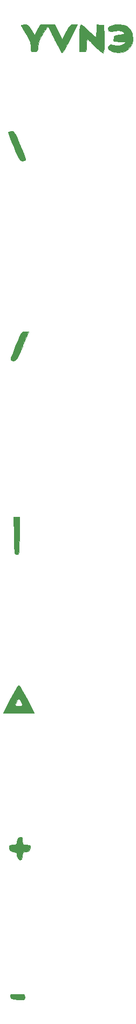
<source format=gbr>
%TF.GenerationSoftware,KiCad,Pcbnew,(5.1.12-1-10_14)*%
%TF.CreationDate,2021-12-12T17:11:31+01:00*%
%TF.ProjectId,envy,656e7679-2e6b-4696-9361-645f70636258,rev?*%
%TF.SameCoordinates,Original*%
%TF.FileFunction,Legend,Bot*%
%TF.FilePolarity,Positive*%
%FSLAX46Y46*%
G04 Gerber Fmt 4.6, Leading zero omitted, Abs format (unit mm)*
G04 Created by KiCad (PCBNEW (5.1.12-1-10_14)) date 2021-12-12 17:11:31*
%MOMM*%
%LPD*%
G01*
G04 APERTURE LIST*
%ADD10C,0.010000*%
%ADD11C,5.500000*%
%ADD12C,9.000000*%
%ADD13C,14.000000*%
%ADD14C,4.000000*%
G04 APERTURE END LIST*
D10*
%TO.C,G\u002A\u002A\u002A*%
G36*
X101735294Y-53095244D02*
G01*
X101601399Y-53201576D01*
X101668901Y-53459110D01*
X101849151Y-53952981D01*
X102108764Y-54605085D01*
X102414355Y-55337315D01*
X102732540Y-56071569D01*
X103029932Y-56729741D01*
X103273149Y-57233726D01*
X103428804Y-57505421D01*
X103450847Y-57528399D01*
X103795899Y-57646879D01*
X104155808Y-57633134D01*
X104321632Y-57531119D01*
X104285151Y-57326710D01*
X104131105Y-56860957D01*
X103882869Y-56198608D01*
X103563819Y-55404410D01*
X103488408Y-55223112D01*
X103113988Y-54339681D01*
X102838522Y-53733908D01*
X102628588Y-53353792D01*
X102450761Y-53147331D01*
X102271618Y-53062524D01*
X102089860Y-53047237D01*
X101735294Y-53095244D01*
G37*
X101735294Y-53095244D02*
X101601399Y-53201576D01*
X101668901Y-53459110D01*
X101849151Y-53952981D01*
X102108764Y-54605085D01*
X102414355Y-55337315D01*
X102732540Y-56071569D01*
X103029932Y-56729741D01*
X103273149Y-57233726D01*
X103428804Y-57505421D01*
X103450847Y-57528399D01*
X103795899Y-57646879D01*
X104155808Y-57633134D01*
X104321632Y-57531119D01*
X104285151Y-57326710D01*
X104131105Y-56860957D01*
X103882869Y-56198608D01*
X103563819Y-55404410D01*
X103488408Y-55223112D01*
X103113988Y-54339681D01*
X102838522Y-53733908D01*
X102628588Y-53353792D01*
X102450761Y-53147331D01*
X102271618Y-53062524D01*
X102089860Y-53047237D01*
X101735294Y-53095244D01*
G36*
X118424900Y-36368884D02*
G01*
X117839251Y-36487690D01*
X117409386Y-36688216D01*
X117229472Y-36958914D01*
X117228672Y-36979521D01*
X117367428Y-37337393D01*
X117738839Y-37478490D01*
X118257232Y-37383437D01*
X118951189Y-37269053D01*
X119294839Y-37342838D01*
X119738525Y-37559898D01*
X119835762Y-37756788D01*
X119595325Y-37909229D01*
X119060703Y-37990851D01*
X118541860Y-38042729D01*
X118279030Y-38150946D01*
X118172992Y-38374630D01*
X118149391Y-38533916D01*
X118134203Y-38807491D01*
X118222896Y-38953886D01*
X118495790Y-39013748D01*
X119033206Y-39027723D01*
X119126314Y-39028287D01*
X120159441Y-39034196D01*
X119740113Y-39383532D01*
X119115305Y-39690406D01*
X118427312Y-39674512D01*
X118093752Y-39542919D01*
X117711117Y-39449354D01*
X117483751Y-39564668D01*
X117246153Y-39906690D01*
X117357082Y-40233314D01*
X117809829Y-40526392D01*
X117844645Y-40541231D01*
X118751074Y-40774651D01*
X119607484Y-40674501D01*
X120035444Y-40501472D01*
X120661230Y-40016468D01*
X121044676Y-39352231D01*
X121182793Y-38592037D01*
X121072589Y-37819161D01*
X120711076Y-37116880D01*
X120174871Y-36618252D01*
X119686878Y-36422618D01*
X119072165Y-36343344D01*
X118424900Y-36368884D01*
G37*
X118424900Y-36368884D02*
X117839251Y-36487690D01*
X117409386Y-36688216D01*
X117229472Y-36958914D01*
X117228672Y-36979521D01*
X117367428Y-37337393D01*
X117738839Y-37478490D01*
X118257232Y-37383437D01*
X118951189Y-37269053D01*
X119294839Y-37342838D01*
X119738525Y-37559898D01*
X119835762Y-37756788D01*
X119595325Y-37909229D01*
X119060703Y-37990851D01*
X118541860Y-38042729D01*
X118279030Y-38150946D01*
X118172992Y-38374630D01*
X118149391Y-38533916D01*
X118134203Y-38807491D01*
X118222896Y-38953886D01*
X118495790Y-39013748D01*
X119033206Y-39027723D01*
X119126314Y-39028287D01*
X120159441Y-39034196D01*
X119740113Y-39383532D01*
X119115305Y-39690406D01*
X118427312Y-39674512D01*
X118093752Y-39542919D01*
X117711117Y-39449354D01*
X117483751Y-39564668D01*
X117246153Y-39906690D01*
X117357082Y-40233314D01*
X117809829Y-40526392D01*
X117844645Y-40541231D01*
X118751074Y-40774651D01*
X119607484Y-40674501D01*
X120035444Y-40501472D01*
X120661230Y-40016468D01*
X121044676Y-39352231D01*
X121182793Y-38592037D01*
X121072589Y-37819161D01*
X120711076Y-37116880D01*
X120174871Y-36618252D01*
X119686878Y-36422618D01*
X119072165Y-36343344D01*
X118424900Y-36368884D01*
G36*
X115452448Y-37323711D02*
G01*
X115429791Y-37862276D01*
X115371286Y-38221190D01*
X115313163Y-38311888D01*
X115130459Y-38193877D01*
X114772716Y-37881391D01*
X114310365Y-37436748D01*
X114209091Y-37334965D01*
X113720934Y-36868838D01*
X113306396Y-36523625D01*
X113042732Y-36362595D01*
X113016208Y-36358042D01*
X112914186Y-36448126D01*
X112845443Y-36747598D01*
X112805289Y-37300283D01*
X112789033Y-38150009D01*
X112788112Y-38489511D01*
X112788112Y-40620979D01*
X113320979Y-40620979D01*
X113625611Y-40604575D01*
X113784170Y-40497069D01*
X113844350Y-40211022D01*
X113853846Y-39658995D01*
X113853846Y-39644056D01*
X113877127Y-39108991D01*
X113937179Y-38754149D01*
X113995421Y-38667133D01*
X114186902Y-38785212D01*
X114533437Y-39090092D01*
X114839127Y-39392499D01*
X115329248Y-39871509D01*
X115807440Y-40295717D01*
X116024274Y-40466451D01*
X116507289Y-40815035D01*
X116609069Y-40407168D01*
X116647737Y-40058435D01*
X116668431Y-39454683D01*
X116668869Y-38695791D01*
X116658921Y-38223077D01*
X116606993Y-36446853D01*
X116029720Y-36391194D01*
X115452448Y-36335534D01*
X115452448Y-37323711D01*
G37*
X115452448Y-37323711D02*
X115429791Y-37862276D01*
X115371286Y-38221190D01*
X115313163Y-38311888D01*
X115130459Y-38193877D01*
X114772716Y-37881391D01*
X114310365Y-37436748D01*
X114209091Y-37334965D01*
X113720934Y-36868838D01*
X113306396Y-36523625D01*
X113042732Y-36362595D01*
X113016208Y-36358042D01*
X112914186Y-36448126D01*
X112845443Y-36747598D01*
X112805289Y-37300283D01*
X112789033Y-38150009D01*
X112788112Y-38489511D01*
X112788112Y-40620979D01*
X113320979Y-40620979D01*
X113625611Y-40604575D01*
X113784170Y-40497069D01*
X113844350Y-40211022D01*
X113853846Y-39658995D01*
X113853846Y-39644056D01*
X113877127Y-39108991D01*
X113937179Y-38754149D01*
X113995421Y-38667133D01*
X114186902Y-38785212D01*
X114533437Y-39090092D01*
X114839127Y-39392499D01*
X115329248Y-39871509D01*
X115807440Y-40295717D01*
X116024274Y-40466451D01*
X116507289Y-40815035D01*
X116609069Y-40407168D01*
X116647737Y-40058435D01*
X116668431Y-39454683D01*
X116668869Y-38695791D01*
X116658921Y-38223077D01*
X116606993Y-36446853D01*
X116029720Y-36391194D01*
X115452448Y-36335534D01*
X115452448Y-37323711D01*
G36*
X111539185Y-36382029D02*
G01*
X111306247Y-36499306D01*
X111085279Y-36777844D01*
X110809580Y-37285616D01*
X110674798Y-37556445D01*
X110083839Y-38754848D01*
X108875521Y-36358042D01*
X106631066Y-36358042D01*
X106178497Y-37181006D01*
X105725927Y-38003970D01*
X105243638Y-37181006D01*
X104929840Y-36693284D01*
X104662235Y-36447319D01*
X104335023Y-36363782D01*
X104146066Y-36358042D01*
X103761413Y-36390988D01*
X103604096Y-36472167D01*
X103608953Y-36491259D01*
X103732880Y-36697132D01*
X103991170Y-37123198D01*
X104333371Y-37686263D01*
X104418736Y-37826555D01*
X104832371Y-38562718D01*
X105061140Y-39138293D01*
X105146500Y-39666508D01*
X105150350Y-39824807D01*
X105165958Y-40315073D01*
X105255879Y-40546814D01*
X105484758Y-40616616D01*
X105683217Y-40620979D01*
X106022656Y-40593748D01*
X106175139Y-40444752D01*
X106214984Y-40073037D01*
X106216084Y-39897138D01*
X106290213Y-39341356D01*
X106535515Y-38698635D01*
X106946817Y-37943292D01*
X107300374Y-37371367D01*
X107592666Y-36941011D01*
X107773196Y-36725281D01*
X107796967Y-36713287D01*
X107916439Y-36863278D01*
X108155587Y-37272482D01*
X108480577Y-37879748D01*
X108857576Y-38623922D01*
X108886864Y-38683264D01*
X109267027Y-39442790D01*
X109596453Y-40078312D01*
X109841192Y-40525887D01*
X109967291Y-40721573D01*
X109970434Y-40723965D01*
X110162004Y-40671470D01*
X110261201Y-40574618D01*
X110405620Y-40337448D01*
X110670043Y-39850950D01*
X111017656Y-39184557D01*
X111411646Y-38407701D01*
X111437356Y-38356294D01*
X112435835Y-36358042D01*
X111850796Y-36358042D01*
X111539185Y-36382029D01*
G37*
X111539185Y-36382029D02*
X111306247Y-36499306D01*
X111085279Y-36777844D01*
X110809580Y-37285616D01*
X110674798Y-37556445D01*
X110083839Y-38754848D01*
X108875521Y-36358042D01*
X106631066Y-36358042D01*
X106178497Y-37181006D01*
X105725927Y-38003970D01*
X105243638Y-37181006D01*
X104929840Y-36693284D01*
X104662235Y-36447319D01*
X104335023Y-36363782D01*
X104146066Y-36358042D01*
X103761413Y-36390988D01*
X103604096Y-36472167D01*
X103608953Y-36491259D01*
X103732880Y-36697132D01*
X103991170Y-37123198D01*
X104333371Y-37686263D01*
X104418736Y-37826555D01*
X104832371Y-38562718D01*
X105061140Y-39138293D01*
X105146500Y-39666508D01*
X105150350Y-39824807D01*
X105165958Y-40315073D01*
X105255879Y-40546814D01*
X105484758Y-40616616D01*
X105683217Y-40620979D01*
X106022656Y-40593748D01*
X106175139Y-40444752D01*
X106214984Y-40073037D01*
X106216084Y-39897138D01*
X106290213Y-39341356D01*
X106535515Y-38698635D01*
X106946817Y-37943292D01*
X107300374Y-37371367D01*
X107592666Y-36941011D01*
X107773196Y-36725281D01*
X107796967Y-36713287D01*
X107916439Y-36863278D01*
X108155587Y-37272482D01*
X108480577Y-37879748D01*
X108857576Y-38623922D01*
X108886864Y-38683264D01*
X109267027Y-39442790D01*
X109596453Y-40078312D01*
X109841192Y-40525887D01*
X109967291Y-40721573D01*
X109970434Y-40723965D01*
X110162004Y-40671470D01*
X110261201Y-40574618D01*
X110405620Y-40337448D01*
X110670043Y-39850950D01*
X111017656Y-39184557D01*
X111411646Y-38407701D01*
X111437356Y-38356294D01*
X112435835Y-36358042D01*
X111850796Y-36358042D01*
X111539185Y-36382029D01*
G36*
X102484761Y-116197392D02*
G01*
X102507841Y-117291547D01*
X102537891Y-118079145D01*
X102580281Y-118608869D01*
X102640380Y-118929405D01*
X102723558Y-119089436D01*
X102808662Y-119134301D01*
X103124443Y-119112246D01*
X103208312Y-119062551D01*
X103250770Y-118850822D01*
X103287012Y-118347203D01*
X103314350Y-117615033D01*
X103330098Y-116717648D01*
X103332867Y-116125641D01*
X103332867Y-113313287D01*
X102435956Y-113313287D01*
X102484761Y-116197392D01*
G37*
X102484761Y-116197392D02*
X102507841Y-117291547D01*
X102537891Y-118079145D01*
X102580281Y-118608869D01*
X102640380Y-118929405D01*
X102723558Y-119089436D01*
X102808662Y-119134301D01*
X103124443Y-119112246D01*
X103208312Y-119062551D01*
X103250770Y-118850822D01*
X103287012Y-118347203D01*
X103314350Y-117615033D01*
X103330098Y-116717648D01*
X103332867Y-116125641D01*
X103332867Y-113313287D01*
X102435956Y-113313287D01*
X102484761Y-116197392D01*
G36*
X103102305Y-139754192D02*
G01*
X102836837Y-140163937D01*
X102482165Y-140776290D01*
X102072797Y-141533523D01*
X101950764Y-141768125D01*
X100835095Y-143931468D01*
X105653017Y-143931468D01*
X105066282Y-142793757D01*
X103808500Y-142793757D01*
X103567714Y-142860451D01*
X103253296Y-142865734D01*
X102848175Y-142847493D01*
X102721900Y-142729131D01*
X102798101Y-142415189D01*
X102826730Y-142332540D01*
X103040313Y-141855353D01*
X103245539Y-141724094D01*
X103471609Y-141931437D01*
X103591736Y-142140616D01*
X103803431Y-142581828D01*
X103808500Y-142793757D01*
X105066282Y-142793757D01*
X104537347Y-141768125D01*
X104118701Y-140980134D01*
X103744901Y-140320549D01*
X103450457Y-139847099D01*
X103269882Y-139617510D01*
X103244056Y-139604782D01*
X103102305Y-139754192D01*
G37*
X103102305Y-139754192D02*
X102836837Y-140163937D01*
X102482165Y-140776290D01*
X102072797Y-141533523D01*
X101950764Y-141768125D01*
X100835095Y-143931468D01*
X105653017Y-143931468D01*
X105066282Y-142793757D01*
X103808500Y-142793757D01*
X103567714Y-142860451D01*
X103253296Y-142865734D01*
X102848175Y-142847493D01*
X102721900Y-142729131D01*
X102798101Y-142415189D01*
X102826730Y-142332540D01*
X103040313Y-141855353D01*
X103245539Y-141724094D01*
X103471609Y-141931437D01*
X103591736Y-142140616D01*
X103803431Y-142581828D01*
X103808500Y-142793757D01*
X105066282Y-142793757D01*
X104537347Y-141768125D01*
X104118701Y-140980134D01*
X103744901Y-140320549D01*
X103450457Y-139847099D01*
X103269882Y-139617510D01*
X103244056Y-139604782D01*
X103102305Y-139754192D01*
G36*
X103433217Y-163355828D02*
G01*
X103131835Y-163491913D01*
X102995047Y-163850606D01*
X102977907Y-163989861D01*
X102905159Y-164378659D01*
X102711466Y-164537396D01*
X102300025Y-164567133D01*
X101886297Y-164593724D01*
X101729997Y-164729255D01*
X101734006Y-165055595D01*
X101839012Y-165409870D01*
X102120457Y-165564749D01*
X102357010Y-165598935D01*
X102760195Y-165687725D01*
X102932495Y-165927681D01*
X102978688Y-166219158D01*
X103116704Y-166647325D01*
X103374367Y-166862450D01*
X103666641Y-166801038D01*
X103708312Y-166763950D01*
X103800487Y-166509803D01*
X103832867Y-166147385D01*
X103883902Y-165800018D01*
X104109105Y-165645873D01*
X104410140Y-165599716D01*
X104824486Y-165506952D01*
X105003796Y-165271363D01*
X105043617Y-165055595D01*
X105048001Y-164730377D01*
X104893946Y-164594761D01*
X104485015Y-164567146D01*
X104466344Y-164567133D01*
X104044661Y-164541326D01*
X103869569Y-164391841D01*
X103833066Y-164010581D01*
X103832867Y-163933101D01*
X103804249Y-163513067D01*
X103675714Y-163353985D01*
X103433217Y-163355828D01*
G37*
X103433217Y-163355828D02*
X103131835Y-163491913D01*
X102995047Y-163850606D01*
X102977907Y-163989861D01*
X102905159Y-164378659D01*
X102711466Y-164537396D01*
X102300025Y-164567133D01*
X101886297Y-164593724D01*
X101729997Y-164729255D01*
X101734006Y-165055595D01*
X101839012Y-165409870D01*
X102120457Y-165564749D01*
X102357010Y-165598935D01*
X102760195Y-165687725D01*
X102932495Y-165927681D01*
X102978688Y-166219158D01*
X103116704Y-166647325D01*
X103374367Y-166862450D01*
X103666641Y-166801038D01*
X103708312Y-166763950D01*
X103800487Y-166509803D01*
X103832867Y-166147385D01*
X103883902Y-165800018D01*
X104109105Y-165645873D01*
X104410140Y-165599716D01*
X104824486Y-165506952D01*
X105003796Y-165271363D01*
X105043617Y-165055595D01*
X105048001Y-164730377D01*
X104893946Y-164594761D01*
X104485015Y-164567146D01*
X104466344Y-164567133D01*
X104044661Y-164541326D01*
X103869569Y-164391841D01*
X103833066Y-164010581D01*
X103832867Y-163933101D01*
X103804249Y-163513067D01*
X103675714Y-163353985D01*
X103433217Y-163355828D01*
G36*
X103947869Y-84329131D02*
G01*
X103751856Y-84410240D01*
X103614978Y-84645978D01*
X103385869Y-85129184D01*
X103098541Y-85778324D01*
X102787006Y-86511864D01*
X102485274Y-87248272D01*
X102227359Y-87906014D01*
X102047272Y-88403557D01*
X101979025Y-88659367D01*
X101979021Y-88660091D01*
X102119528Y-88856345D01*
X102445075Y-88898848D01*
X102803594Y-88773155D01*
X102945243Y-88567584D01*
X103187438Y-88098919D01*
X103498030Y-87433597D01*
X103844867Y-86638055D01*
X103898204Y-86511189D01*
X104789919Y-84379721D01*
X104339755Y-84321429D01*
X103947869Y-84329131D01*
G37*
X103947869Y-84329131D02*
X103751856Y-84410240D01*
X103614978Y-84645978D01*
X103385869Y-85129184D01*
X103098541Y-85778324D01*
X102787006Y-86511864D01*
X102485274Y-87248272D01*
X102227359Y-87906014D01*
X102047272Y-88403557D01*
X101979025Y-88659367D01*
X101979021Y-88660091D01*
X102119528Y-88856345D01*
X102445075Y-88898848D01*
X102803594Y-88773155D01*
X102945243Y-88567584D01*
X103187438Y-88098919D01*
X103498030Y-87433597D01*
X103844867Y-86638055D01*
X103898204Y-86511189D01*
X104789919Y-84379721D01*
X104339755Y-84321429D01*
X103947869Y-84329131D01*
G36*
X102397723Y-187875032D02*
G01*
X102053953Y-187916842D01*
X101914443Y-188019727D01*
X101903732Y-188210855D01*
X101911073Y-188266783D01*
X101978690Y-188488607D01*
X102158865Y-188616886D01*
X102536707Y-188684626D01*
X103077972Y-188719315D01*
X103682972Y-188740872D01*
X104015079Y-188712684D01*
X104156066Y-188605314D01*
X104187705Y-188389323D01*
X104188112Y-188319664D01*
X104169165Y-188077442D01*
X104059062Y-187941994D01*
X103777910Y-187882335D01*
X103245816Y-187867483D01*
X103021213Y-187867133D01*
X102397723Y-187875032D01*
G37*
X102397723Y-187875032D02*
X102053953Y-187916842D01*
X101914443Y-188019727D01*
X101903732Y-188210855D01*
X101911073Y-188266783D01*
X101978690Y-188488607D01*
X102158865Y-188616886D01*
X102536707Y-188684626D01*
X103077972Y-188719315D01*
X103682972Y-188740872D01*
X104015079Y-188712684D01*
X104156066Y-188605314D01*
X104187705Y-188389323D01*
X104188112Y-188319664D01*
X104169165Y-188077442D01*
X104059062Y-187941994D01*
X103777910Y-187882335D01*
X103245816Y-187867483D01*
X103021213Y-187867133D01*
X102397723Y-187875032D01*
%TD*%
%LPC*%
D11*
%TO.C,REF\u002A\u002A*%
X112500000Y-106800000D03*
%TD*%
D12*
%TO.C,REF\u002A\u002A*%
X112500000Y-91500000D03*
%TD*%
D13*
%TO.C,REF\u002A\u002A*%
X112400000Y-148800000D03*
%TD*%
D12*
%TO.C,REF\u002A\u002A*%
X112500000Y-60000000D03*
%TD*%
D14*
%TO.C,REF\u002A\u002A*%
X122400000Y-23000000D03*
X122400000Y-217000000D03*
%TD*%
%TO.C,REF\u002A\u002A*%
X102500000Y-23000000D03*
X102500000Y-217000000D03*
%TD*%
D13*
%TO.C,REF\u002A\u002A*%
X112400000Y-172200000D03*
%TD*%
%TO.C,REF\u002A\u002A*%
X112400000Y-195700000D03*
%TD*%
D12*
%TO.C,REF\u002A\u002A*%
X112500000Y-121100000D03*
%TD*%
M02*

</source>
